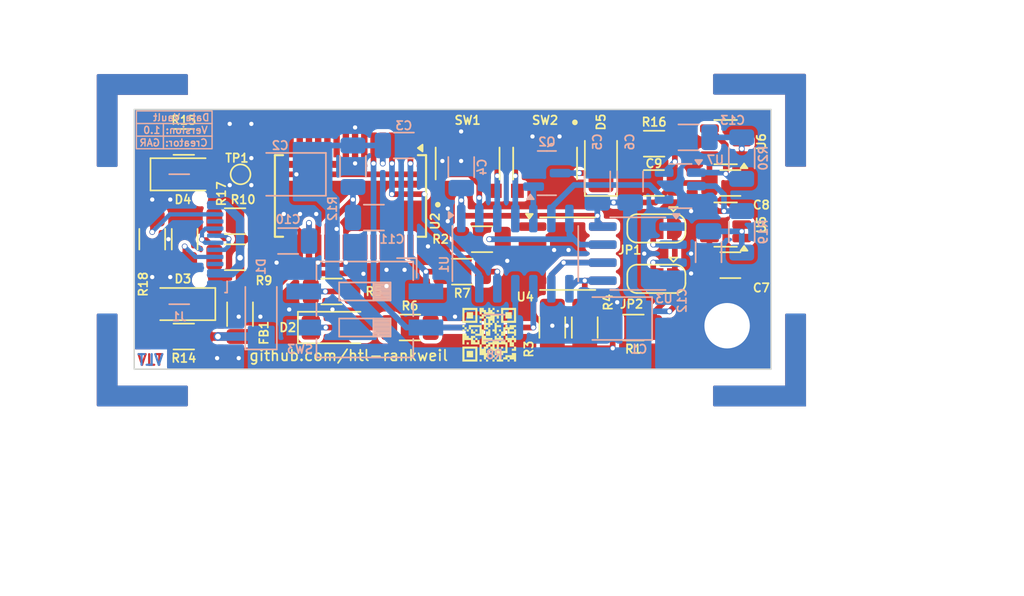
<source format=kicad_pcb>
(kicad_pcb (version 20221018) (generator pcbnew)
  (title_block (title "${acronym} - ${title}") (date "${date}") (rev "${revision}") (company "${company}") (comment 1 "${creator}") (comment 2 "${license}"))
  (layers (0 "F.Cu" signal) (31 "B.Cu" signal) (34 "B.Paste" user) (35 "F.Paste" user) (36 "B.SilkS" user "B.Silkscreen") (37 "F.SilkS" user "F.Silkscreen") (38 "B.Mask" user) (39 "F.Mask" user) (44 "Edge.Cuts" user))
  (property "acronym" "VLT")
  (property "company" "HTL-Rankweil")
  (property "creator" "GAR")
  (property "date" "1337-13-37")
  (property "license" "CC BY-NC-SA 4.0")
  (property "link" "github.com/htl-rankweil")
  (property "revision" "1.0")
  (property "title" "Data Vault")
  (net 0 "")
  (net 1 "GND")
  (net 2 "Net-(D2-K)")
  (net 3 "+5V")
  (net 4 "Net-(D2-A)")
  (net 5 "Net-(D3-K)")
  (net 6 "Net-(D4-K)")
  (net 7 "Net-(D5-K)")
  (net 8 "Net-(U2-CBUS3)")
  (net 9 "Net-(JP1-A)")
  (net 10 "Net-(JP1-C)")
  (net 11 "Net-(JP2-C)")
  (net 12 "Net-(U1-PB2)")
  (net 13 "Net-(Q2-G)")
  (net 14 "Net-(U2-3V3OUT)")
  (net 15 "Net-(C12-Pad2)")
  (net 16 "Net-(FB1-Pad2)")
  (net 17 "Net-(U1-PB0)")
  (net 18 "Net-(U1-PB1)")
  (net 19 "Net-(U1-~{RESET}{slash}PA0)")
  (net 20 "Net-(U1-PA2)")
  (net 21 "Net-(U1-PA1)")
  (net 22 "Net-(U2-USBD+)")
  (net 23 "Net-(U2-USBD-)")
  (net 24 "Net-(U2-~{RESET})")
  (net 25 "Net-(R19-Pad2)")
  (net 26 "Net-(R20-Pad2)")
  (net 39 "Net-(C13-Pad2)")
  (net 41 "Net-(J1-D--PadA7)")
  (net 42 "Net-(J1-D+-PadA6)")
  (net 43 "Net-(J1-CC2)")
  (net 45 "Net-(J1-CC1)")
  (net 46 "Net-(R5-Pad1)")
  (net 47 "Net-(U2-TXD)")
  (net 48 "Net-(U2-RXD)")
  (net 49 "Net-(SW1-A)")
  (net 50 "Net-(SW2-A)")
  (net 52 "Net-(U1-PA3)")
  (net 53 "Net-(U1-PA4)")
  (net 54 "Net-(U1-PB3)")
  (net 55 "Net-(D3-A)")
  (net 57 "Net-(D5-A)")
  (footprint "Resistor_SMD:R_1206_3216Metric" (layer "F.Cu") (at 162.179 104.121996 180)
    (fp_text reference "R1")
    (fp_text value "1k")
  )
  (footprint "MountingHole:MountingHole_3.2mm_M3_DIN965_Pad" (layer "F.Cu") (at 168.783 103.994996)
    (fp_text reference "H1" hide)
    (fp_text value "MountingHole_Pad" hide)
  )
  (footprint "Resistor_SMD:R_1206_3216Metric" (layer "F.Cu") (at 140.9085 101.581996 180)
    (fp_text reference "R5")
    (fp_text value "1k")
  )
  (footprint "Inductor_SMD:L_1206_3216Metric" (layer "F.Cu") (at 134.458 103.181996 90)
    (fp_text reference "FB1")
    (fp_text value "70Ω/100Mhz/3A" hide)
  )
  (footprint "Resistor_SMD:R_1206_3216Metric" (layer "F.Cu") (at 130.4945 91.040996)
    (fp_text reference "R15")
    (fp_text value "470")
  )
  (footprint "Resistor_SMD:R_1206_3216Metric" (layer "F.Cu") (at 150.114 100.184996 180)
    (fp_text reference "R7")
    (fp_text value "22k")
  )
  (footprint "Resistor_SMD:R_1206_3216Metric" (layer "F.Cu") (at 134.109 99.168996)
    (fp_text reference "R9")
    (fp_text value "27")
  )
  (footprint "PTS530:SW_PTS530_GK055_SMTR_LFS" (layer "F.Cu") (at 150.495 92.564996 90)
    (fp_text reference "SW1")
    (fp_text value "SW_MEC_5E" hide)
  )
  (footprint "Resistor_SMD:R_1206_3216Metric" (layer "F.Cu") (at 130.556 97.898996 -90)
    (fp_text reference "R17")
    (fp_text value "5k1")
  )
  (footprint "LED_SMD:LED_1206_3216Metric" (layer "F.Cu") (at 159.893 92.564996 90)
    (fp_text reference "D5")
    (fp_text value "Red")
  )
  (footprint "Images:QR_0x007e_very_small" (layer "F.Cu") (at 152.019 104.629996)
    (fp_text reference "FID1" hide)
    (fp_text value "QR" hide)
  )
  (footprint "TestPoint:TestPoint_Pad_D1.0mm" (layer "F.Cu") (at 134.493 93.326996)
    (fp_text reference "TP1")
    (fp_text value "TestPoint_Probe" hide)
  )
  (footprint "Resistor_SMD:R_1206_3216Metric" (layer "F.Cu") (at 158.75 104.121996 -90)
    (fp_text reference "R4")
    (fp_text value "3k3")
  )
  (footprint "LED_SMD:LED_1206_3216Metric" (layer "F.Cu") (at 130.432 102.470996 180)
    (fp_text reference "D3")
    (fp_text value "Red")
  )
  (footprint "Package_TO_SOT_SMD:SOT-23-5" (layer "F.Cu") (at 168.6759 96.867796 180)
    (fp_text reference "U5")
    (fp_text value "74AHCT1G00")
  )
  (footprint "Resistor_SMD:R_1206_3216Metric" (layer "F.Cu") (at 134.109 96.628996)
    (fp_text reference "R10")
    (fp_text value "27")
  )
  (footprint "LED_SMD:LED_1206_3216Metric" (layer "F.Cu") (at 130.432 93.326996)
    (fp_text reference "D4")
    (fp_text value "Green")
  )
  (footprint "Resistor_SMD:R_1206_3216Metric" (layer "F.Cu") (at 156.464 104.121996 -90)
    (fp_text reference "R3")
    (fp_text value "3k3")
  )
  (footprint "Resistor_SMD:R_1206_3216Metric" (layer "F.Cu") (at 151.511 97.898996 180)
    (fp_text reference "R2")
    (fp_text value "10k")
  )
  (footprint "PTS530:SW_PTS530_GK055_SMTR_LFS" (layer "F.Cu") (at 155.956 92.564996 -90)
    (fp_text reference "SW2")
    (fp_text value "SW_MEC_5E" hide)
  )
  (footprint "Diode_SMD:D_MiniMELF" (layer "F.Cu") (at 141.196 104.121996)
    (fp_text reference "D2")
    (fp_text value "BAT43")
  )
  (footprint "Jumper:SolderJumper-3_P1.3mm_Open_RoundedPad1.0x1.5mm" (layer "F.Cu") (at 163.797 97.136996 180)
    (fp_text reference "JP1")
    (fp_text value "SolderJumper_3_Open")
  )
  (footprint "Capacitor_SMD:C_1206_3216Metric" (layer "F.Cu") (at 169.0116 99.727796)
    (fp_text reference "C7")
    (fp_text value "n.B.")
  )
  (footprint "Resistor_SMD:R_1206_3216Metric" (layer "F.Cu") (at 146.431 104.121996)
    (fp_text reference "R6")
    (fp_text value "470")
  )
  (footprint "Resistor_SMD:R_1206_3216Metric" (layer "F.Cu") (at 163.6375 91.167996)
    (fp_text reference "R16")
    (fp_text value "330")
  )
  (footprint "Package_TO_SOT_SMD:SOT-23-5" (layer "F.Cu") (at 168.6759 91.056196 180)
    (fp_text reference "U6")
    (fp_text value "74AHCT1G00")
  )
  (footprint "Package_SO:SOIC-8_3.9x4.9mm_P1.27mm" (layer "F.Cu") (at 157.545 98.914996)
    (fp_text reference "U4")
    (fp_text value "RNG90")
  )
  (footprint "Resistor_SMD:R_1206_3216Metric" (layer "F.Cu") (at 128.27 97.898996 90)
    (fp_text reference "R18")
    (fp_text value "5k1")
  )
  (footprint "Package_SO:SSOP-28_5.3x10.2mm_P0.65mm" (layer "F.Cu") (at 142.24 94.850996 -90)
    (fp_text reference "U2")
    (fp_text value "FT232RL")
  )
  (footprint "Capacitor_SMD:C_1206_3216Metric" (layer "F.Cu") (at 163.625 93.936596 180)
    (fp_text reference "C9")
    (fp_text value "n.B.")
  )
  (footprint "Resistor_SMD:R_1206_3216Metric" (layer "F.Cu") (at 130.4945 104.756996 180)
    (fp_text reference "R14")
    (fp_text value "470")
  )
  (footprint "Jumper:SolderJumper-3_P1.3mm_Bridged12_RoundedPad1.0x1.5mm" (layer "F.Cu") (at 163.797 100.692996 180)
    (fp_text reference "JP2")
    (fp_text value "SolderJumper_3_Bridged12" hide)
  )
  (footprint "Capacitor_SMD:C_1206_3216Metric" (layer "F.Cu") (at 169.0134 93.936596)
    (fp_text reference "C8")
    (fp_text value "n.B.")
  )
  (footprint "Package_TO_SOT_SMD:SOT-23" (layer "B.Cu") (at 156.0807 93.240596)
    (fp_text reference "Q2")
    (fp_text value "AO3416A")
  )
  (footprint "Package_SO:SOIC-14_3.9x8.7mm_P1.27mm" (layer "B.Cu") (at 153.856 98.914996 -90)
    (fp_text reference "U1")
    (fp_text value "ATtiny1604-SS")
  )
  (footprint "Capacitor_SMD:C_1206_3216Metric" (layer "B.Cu") (at 137.844 98.025996)
    (fp_text reference "C10")
    (fp_text value "100n")
  )
  (footprint "Diode_SMD:D_MiniMELF" (layer "B.Cu") (at 135.9408 103.006996 90)
    (fp_text reference "D1")
    (fp_text value "BZV55B5V6")
  )
  (footprint "Capacitor_SMD:C_1206_3216Metric" (layer "B.Cu") (at 143.891 96.374996)
    (fp_text reference "C11")
    (fp_text value "10u")
  )
  (footprint "Capacitor_SMD:C_1206_3216Metric" (layer "B.Cu") (at 159.636 93.834996 90)
    (fp_text reference "C5")
    (fp_text value "100n")
  )
  (footprint "Capacitor_SMD:C_1206_3216Metric" (layer "B.Cu") (at 161.9504 93.834996 90)
    (fp_text reference "C6")
    (fp_text value "100n")
  )
  (footprint "Capacitor_SMD:C_1206_3216Metric" (layer "B.Cu") (at 167.475 98.815196 90)
    (fp_text reference "C12")
    (fp_text value "1u")
  )
  (footprint "Package_SO:SOIC-8_3.9x4.9mm_P1.27mm" (layer "B.Cu") (at 162.492 98.914996 180)
    (fp_text reference "U3")
    (fp_text value "AT24CM02-SSHM")
  )
  (footprint "Button_Switch_SMD:SW_DIP_SPSTx02_Slide_6.7x6.64mm_W8.61mm_P2.54mm_LowProfile" (layer "B.Cu") (at 143.253 102.851996 180)
    (fp_text reference "SW3")
    (fp_text value "SW_DIP_x02" hide)
  )
  (footprint "Resistor_SMD:R_1206_3216Metric" (layer "B.Cu") (at 152.3853 104.121996 180)
    (fp_text reference "R8")
    (fp_text value "22k")
  )
  (footprint "Capacitor_Tantalum_SMD:CP_EIA-3528-21_Kemet-B" (layer "B.Cu") (at 161.036 103.486996 180)
    (fp_text reference "C1")
    (fp_text value "10u")
  )
  (footprint "Connector_USB:USB_C_Receptacle_GCT_USB4110" (layer "B.Cu") (at 129.032 97.898996 90)
    (fp_text reference "J1")
    (fp_text value "USB_C_Receptacle" hide)
  )
  (footprint "Capacitor_SMD:C_1206_3216Metric" (layer "B.Cu") (at 146.001 91.294996)
    (fp_text reference "C3")
    (fp_text value "100n")
  )
  (footprint "Capacitor_SMD:C_1206_3216Metric" (layer "B.Cu") (at 150.046 92.818996 90)
    (fp_text reference "C4")
    (fp_text value "100n")
  )
  (footprint "Resistor_SMD:R_1206_3216Metric" (layer "B.Cu") (at 142.416 92.757496 90)
    (fp_text reference "R12")
    (fp_text value "330k")
  )
  (footprint "Capacitor_Tantalum_SMD:CP_EIA-3528-21_Kemet-B" (layer "B.Cu") (at 138.049 93.326996 180)
    (fp_text reference "C2")
    (fp_text value "10u")
  )
  (footprint "Capacitor_SMD:C_1206_3216Metric" (layer "B.Cu") (at 166.0634 90.721496)
    (fp_text reference "C13")
    (fp_text value "10u")
  )
  (footprint "Package_TO_SOT_SMD:SOT-23-5" (layer "B.Cu") (at 165.481 94.154996 180)
    (fp_text reference "U7")
    (fp_text value "74AHCT1G86")
  )
  (footprint "Resistor_SMD:R_1206_3216Metric" (layer "B.Cu") (at 169.8134 92.183996 -90)
    (fp_text reference "R20")
    (fp_text value "47k")
  )
  (footprint "Resistor_SMD:R_1206_3216Metric" (layer "B.Cu") (at 169.8134 97.377496 90)
    (fp_text reference "R19")
    (fp_text value "47k")
  )
  (gr_poly (pts (xy 174.244 109.582996) (xy 174.244 103.232996) (xy 172.974 103.232996) (xy 172.974 108.312996) (xy 167.894 108.312996) (xy 167.894 109.582996)) (stroke (width 0.2)) (fill solid) (layer "F.Cu"))
  (gr_poly (pts (xy 124.46 103.232996) (xy 124.46 109.582996) (xy 130.683 109.582996) (xy 130.683 108.312996) (xy 125.73 108.312996) (xy 125.73 103.232996)) (stroke (width 0.2)) (fill solid) (layer "F.Cu"))
  (gr_poly (pts (xy 172.974 86.341996) (xy 167.894 86.341996) (xy 167.894 87.611996) (xy 172.974 87.611996) (xy 172.974 92.691996) (xy 174.244 92.691996) (xy 174.244 86.341996)) (stroke (width 0.2)) (fill solid) (layer "F.Cu"))
  (gr_poly (pts (xy 125.73 92.71) (xy 125.73 87.63) (xy 130.683 87.63) (xy 130.683 86.36) (xy 124.46 86.36) (xy 124.46 92.71)) (stroke (width 0.2)) (fill solid) (layer "F.Cu"))
  (gr_poly (pts (xy 174.244 109.582996) (xy 167.894 109.582996) (xy 167.894 108.312996) (xy 172.974 108.312996) (xy 172.974 103.232996) (xy 174.244 103.232996)) (stroke (width 0.2)) (fill solid) (layer "B.Cu"))
  (gr_poly (pts (xy 174.244 87.611996) (xy 174.244 92.691996) (xy 172.974 92.691996) (xy 172.974 87.611996) (xy 167.894 87.611996) (xy 167.894 86.341996) (xy 174.244 86.341996)) (stroke (width 0.2)) (fill solid) (layer "B.Cu"))
  (gr_poly (pts (xy 130.683 109.582996) (xy 124.46 109.582996) (xy 124.46 103.232996) (xy 125.73 103.232996) (xy 125.73 108.312996) (xy 130.683 108.312996)) (stroke (width 0.2)) (fill solid) (layer "B.Cu"))
  (gr_poly (pts (xy 130.683 87.63) (xy 125.73 87.63) (xy 125.73 92.71) (xy 124.46 92.71) (xy 124.46 86.36) (xy 130.683 86.36)) (stroke (width 0.2)) (fill solid) (layer "B.Cu"))
  (gr_rect (start 127.1524 88.856596) (end 132.4864 91.523596) (stroke (width 0.1)) (fill none) (layer "B.SilkS"))
  (gr_line (start 132.4864 89.745596) (end 127.1524 89.745596) (stroke (width 0.1)) (layer "B.SilkS"))
  (gr_line (start 132.4864 90.634596) (end 127.1524 90.634596) (stroke (width 0.1)) (layer "B.SilkS"))
  (gr_line (start 129.0574 89.745596) (end 129.0574 91.523596) (stroke (width 0.1)) (layer "B.SilkS"))
  (gr_rect (start 127 88.754996) (end 171.88 107.055696) (stroke (width 0.1)) (fill none) (layer "Edge.Cuts"))
  (gr_text "${acronym}" (at 128.143 106.407996) (layer "F.Cu") (effects (font (size 0.75 0.75))))
  (gr_text "${acronym}" (at 128.143 106.407996) (layer "B.Cu") (effects (font (size 0.75 0.75)) (justify mirror)))
  (gr_text "${title}" (at 132.3594 89.618596) (layer "B.SilkS") (effects (font (size 0.5 0.5) (thickness 0.1) bold) (justify left bottom mirror)))
  (gr_text "Version: ${revision}" (at 132.2324 90.507596) (layer "B.SilkS") (effects (font (size 0.5 0.5) (thickness 0.1)) (justify left bottom mirror)))
  (gr_text "Creator: ${creator}" (at 132.2324 91.396596) (layer "B.SilkS") (effects (font (size 0.5 0.5) (thickness 0.1) bold) (justify left bottom mirror)))
  (gr_text "${link}" (at 142.113 106.534996) (layer "F.SilkS") (effects (font (size 0.75 0.75) (thickness 0.12)) (justify bottom)))
  (via (at 137.922 102.851996) (size 0.4) (drill 0.3) (layers "F.Cu" "B.Cu") (net 1))
  (via (at 166.243 100.311996) (size 0.4) (drill 0.3) (layers "F.Cu" "B.Cu") (net 1))
  (via (at 129.413 97.898996) (size 0.4) (drill 0.3) (layers "F.Cu" "B.Cu") (net 1))
  (via (at 166.243 95.917796) (size 0.4) (drill 0.3) (layers "F.Cu" "B.Cu") (net 1))
  (via (at 162.941 98.914996) (size 0.4) (drill 0.3) (layers "F.Cu" "B.Cu") (net 1))
  (via (at 153.289 99.422996) (size 0.4) (drill 0.3) (layers "F.Cu" "B.Cu") (net 1))
  (via (at 132.842 106.280996) (size 0.4) (drill 0.3) (layers "F.Cu" "B.Cu") (net 1))
  (via (at 149.098 95.739996) (size 0.4) (drill 0.3) (layers "F.Cu" "B.Cu") (net 1))
  (via (at 150.0378 90.304396) (size 0.4) (drill 0.3) (layers "F.Cu" "B.Cu") (net 1))
  (via (at 135.255 94.088996) (size 0.4) (drill 0.3) (layers "F.Cu" "B.Cu") (net 1))
  (via (at 149.606 103.359996) (size 0.4) (drill 0.3) (layers "F.Cu" "B.Cu") (net 1))
  (via (at 129.54 95.104996) (size 0.4) (drill 0.3) (layers "F.Cu" "B.Cu") (net 1))
  (via (at 129.54 100.565996) (size 0.4) (drill 0.3) (layers "F.Cu" "B.Cu") (net 1))
  (via (at 135.255 89.770996) (size 0.4) (drill 0.3) (layers "F.Cu" "B.Cu") (net 1))
  (via (at 166.243 98.914996) (size 0.4) (drill 0.3) (layers "F.Cu" "B.Cu") (net 1))
  (via (at 135.89 103.359996) (size 0.4) (drill 0.3) (layers "F.Cu" "B.Cu") (net 1))
  (via (at 135.255 92.183996) (size 0.4) (drill 0.3) (layers "F.Cu" "B.Cu") (net 1))
  (via (at 156.972 90.659996) (size 0.4) (drill 0.3) (layers "F.Cu" "B.Cu") (net 1))
  (via (at 141.915 99.549996) (size 0.4) (drill 0.3) (layers "F.Cu" "B.Cu") (net 1))
  (via (at 157.607 98.660996) (size 0.4) (drill 0.3) (layers "F.Cu" "B.Cu") (net 1))
  (via (at 138.684 96.120996) (size 0.4) (drill 0.3) (layers "F.Cu" "B.Cu") (net 1))
  (via (at 142.565 92.554996) (size 0.4) (drill 0.3) (layers "F.Cu" "B.Cu") (net 1))
  (via (at 139.827 96.120996) (size 0.4) (drill 0.3) (layers "F.Cu" "B.Cu") (net 1))
  (via (at 156.591 98.660996) (size 0.4) (drill 0.3) (layers "F.Cu" "B.Cu") (net 1))
  (via (at 128.27 100.565996) (size 0.4) (drill 0.3) (layers "F.Cu" "B.Cu") (net 1))
  (via (at 156.464 103.994996) (size 0.4) (drill 0.3) (layers "F.Cu" "B.Cu") (net 1))
  (via (at 144.78 100.057996) (size 0.4) (drill 0.3) (layers "F.Cu" "B.Cu") (net 1))
  (via (at 146.05 100.057996) (size 0.4) (drill 0.3) (layers "F.Cu" "B.Cu") (net 1))
  (via (at 139.954 99.549996) (size 0.4) (drill 0.3) (layers "F.Cu" "B.Cu") (net 1))
  (via (at 142.565 90.024996) (size 0.4) (drill 0.3) (layers "F.Cu" "B.Cu") (net 1))
  (via (at 149.098 96.628996) (size 0.4) (drill 0.3) (layers "F.Cu" "B.Cu") (net 1))
  (via (at 128.27 95.104996) (size 0.4) (drill 0.3) (layers "F.Cu" "B.Cu") (net 1))
  (via (at 161.036 102.343996) (size 0.4) (drill 0.3) (layers "F.Cu" "B.Cu") (net 1))
  (via (at 144.78 101.200996) (size 0.4) (drill 0.3) (layers "F.Cu" "B.Cu") (net 1))
  (via (at 148.717 92.387196) (size 0.4) (drill 0.3) (layers "F.Cu" "B.Cu") (net 1))
  (via (at 150.0378 92.387196) (size 0.4) (drill 0.3) (layers "F.Cu" "B.Cu") (net 1))
  (via (at 157.48 103.994996) (size 0.4) (drill 0.3) (layers "F.Cu" "B.Cu") (net 1))
  (via (at 143.1544 100.337396) (size 0.4) (drill 0.3) (layers "F.Cu" "B.Cu") (net 1))
  (via (at 134.366 106.280996) (size 0.4) (drill 0.3) (layers "F.Cu" "B.Cu") (net 1))
  (via (at 155.067 90.659996) (size 0.4) (drill 0.3) (layers "F.Cu" "B.Cu") (net 1))
  (via (at 133.731 89.770996) (size 0.4) (drill 0.3) (layers "F.Cu" "B.Cu") (net 1))
  (via (at 140.97 102.851996) (size 0.4) (drill 0.3) (layers "F.Cu" "B.Cu") (net 1))
  (via (at 133.731 94.088996) (size 0.4) (drill 0.3) (layers "F.Cu" "B.Cu") (net 1))
  (via (at 137.541 96.120996) (size 0.4) (drill 0.3) (layers "F.Cu" "B.Cu") (net 1))
  (via (at 147.701 98.406996) (size 0.4) (drill 0.3) (layers "F.Cu" "B.Cu") (net 1))
  (via (at 134.366 103.359996) (size 0.4) (drill 0.3) (layers "F.Cu" "B.Cu") (net 1))
  (via (at 137.033 99.549996) (size 0.4) (drill 0.3) (layers "F.Cu" "B.Cu") (net 1))
  (segment (start 139.446 101.581996) (end 139.446 104.121996) (width 0.3) (layer "F.Cu") (net 2))
  (segment (start 160.7165 105.580496) (end 160.7205 105.584496) (width 0.4) (layer "F.Cu") (net 3))
  (segment (start 131.832 93.326996) (end 138.43 93.326996) (width 0.4) (layer "F.Cu") (net 3))
  (segment (start 141.265 97.175994) (end 141.265 98.450996) (width 0.4) (layer "F.Cu") (net 3))
  (segment (start 144.515 91.250996) (end 144.515 92.564996) (width 0.4) (layer "F.Cu") (net 3))
  (segment (start 167.5366 100.161396) (end 167.5366 99.727796) (width 0.4) (layer "F.Cu") (net 3))
  (segment (start 163.7266 95.309996) (end 165.1 93.936596) (width 0.4) (layer "F.Cu") (net 3))
  (segment (start 131.957 104.756996) (end 132.9 104.756996) (width 0.6) (layer "F.Cu") (net 3))
  (segment (start 159.639 96.247996) (end 150.3025 96.247996) (width 0.4) (layer "F.Cu") (net 3))
  (segment (start 167.5384 97.817796) (end 167.5384 99.675196) (width 0.4) (layer "F.Cu") (net 3))
  (segment (start 158.623 105.584496) (end 160.7205 105.584496) (width 0.4) (layer "F.Cu") (net 3))
  (segment (start 134.4422 104.756996) (end 132.9 104.756996) (width 0.6) (layer "F.Cu") (net 3))
  (segment (start 164.719 102.978996) (end 167.5366 100.161396) (width 0.4) (layer "F.Cu") (net 3))
  (segment (start 160.782 95.309996) (end 163.7266 95.309996) (width 0.4) (layer "F.Cu") (net 3))
  (segment (start 165.1 93.936596) (end 167.5384 93.936596) (width 0.4) (layer "F.Cu") (net 3))
  (segment (start 165.1 91.167996) (end 165.1 93.936596) (width 0.4) (layer "F.Cu") (net 3))
  (segment (start 167.5384 92.006196) (end 167.5384 93.936596) (width 0.4) (layer "F.Cu") (net 3))
  (segment (start 159.639 96.628996) (end 160.02 97.009996) (width 0.4) (layer "F.Cu") (net 3))
  (segment (start 156.337 105.584496) (end 158.623 105.584496) (width 0.4) (layer "F.Cu") (net 3))
  (segment (start 150.0485 97.898996) (end 150.0485 95.993996) (width 0.4) (layer "F.Cu") (net 3))
  (segment (start 150.0485 95.993996) (end 150.0485 95.166496) (width 0.4) (layer "F.Cu") (net 3))
  (segment (start 159.639 96.247996) (end 159.639 96.628996) (width 0.4) (layer "F.Cu") (net 3))
  (segment (start 150.3025 96.247996) (end 150.0485 95.993996) (width 0.4) (layer "F.Cu") (net 3))
  (segment (start 150.0485 95.166496) (end 150.046 95.163996) (width 0.4) (layer "F.Cu") (net 3))
  (segment (start 160.7165 104.121996) (end 160.7165 105.580496) (width 0.4) (layer "F.Cu") (net 3))
  (segment (start 167.5384 99.675196) (end 167.5366 99.676996) (width 0.4) (layer "F.Cu") (net 3))
  (via (at 144.515 92.564996) (size 0.4) (drill 0.3) (layers "F.Cu" "B.Cu") (net 3))
  (via (at 160.782 95.309996) (size 0.4) (drill 0.3) (layers "F.Cu" "B.Cu") (net 3))
  (via (at 160.7205 105.584496) (size 0.4) (drill 0.3) (layers "F.Cu" "B.Cu") (net 3))
  (via (at 159.639 96.247996) (size 0.4) (drill 0.3) (layers "F.Cu" "B.Cu") (net 3))
  (via (at 141.265 97.175994) (size 0.4) (drill 0.3) (layers "F.Cu" "B.Cu") (net 3))
  (via (at 165.1 92.437996) (size 0.4) (drill 0.3) (layers "F.Cu" "B.Cu") (net 3))
  (via (at 164.719 102.978996) (size 0.4) (drill 0.3) (layers "F.Cu" "B.Cu") (net 3))
  (via (at 150.046 95.163996) (size 0.4) (drill 0.3) (layers "F.Cu" "B.Cu") (net 3))
  (via (at 138.43 93.326996) (size 0.4) (drill 0.3) (layers "F.Cu" "B.Cu") (net 3))
  (via (at 132.9 104.756996) (size 0.6) (drill 0.4) (layers "F.Cu" "B.Cu") (net 3))
  (segment (start 132.9 104.756996) (end 135.9408 104.756996) (width 0.6) (layer "B.Cu") (net 3))
  (segment (start 161.9504 101.480396) (end 162.5735 102.103496) (width 1) (layer "B.Cu") (net 3))
  (segment (start 163.0815 102.978996) (end 162.5735 103.486996) (width 0.4) (layer "B.Cu") (net 3))
  (segment (start 144.515 91.305996) (end 144.526 91.294996) (width 0.4) (layer "B.Cu") (net 3))
  (segment (start 139.5865 93.326996) (end 139.5865 92.043496) (width 0.4) (layer "B.Cu") (net 3))
  (segment (start 159.639 96.247996) (end 159.636 96.250996) (width 0.4) (layer "B.Cu") (net 3))
  (segment (start 164.719 102.978996) (end 163.0815 102.978996) (width 0.4) (layer "B.Cu") (net 3))
  (segment (start 144.515 92.564996) (end 144.515 91.305996) (width 0.4) (layer "B.Cu") (net 3))
  (segment (start 165.1 92.437996) (end 164.3435 93.194496) (width 0.4) (layer "B.Cu") (net 3))
  (segment (start 161.9504 95.309996) (end 161.9504 101.480396) (width 1) (layer "B.Cu") (net 3))
  (segment (start 139.5865 92.043496) (end 139.573 92.029996) (width 0.4) (layer "B.Cu") (net 3))
  (segment (start 139.5865 92.043496) (end 140.335 91.294996) (width 0.4) (layer "B.Cu") (net 3))
  (segment (start 164.3435 93.194496) (end 164.3435 93.204996) (width 0.4) (layer "B.Cu") (net 3))
  (segment (start 159.636 96.250996) (end 159.636 96.628996) (width 0.4) (layer "B.Cu") (net 3))
  (segment (start 150.046 96.439996) (end 150.046 94.293996) (width 0.4) (layer "B.Cu") (net 3))
  (segment (start 159.636 95.309996) (end 159.636 96.244996) (width 0.4) (layer "B.Cu") (net 3))
  (segment (start 142.416 91.294996) (end 144.526 91.294996) (width 0.4) (layer "B.Cu") (net 3))
  (segment (start 159.636 96.244996) (end 159.639 96.247996) (width 0.4) (layer "B.Cu") (net 3))
  (segment (start 162.5735 102.103496) (end 162.5735 103.486996) (width 1) (layer "B.Cu") (net 3))
  (segment (start 140.335 91.294996) (end 142.416 91.294996) (width 0.4) (layer "B.Cu") (net 3))
  (segment (start 159.636 96.628996) (end 160.017 97.009996) (width 0.4) (layer "B.Cu") (net 3))
  (segment (start 159.636 95.309996) (end 161.9504 95.309996) (width 0.4) (layer "B.Cu") (net 3))
  (segment (start 144.9685 104.121996) (end 142.946 104.121996) (width 0.4) (layer "F.Cu") (net 4))
  (segment (start 142.946 104.121996) (end 140.496 104.121996) (width 0.4) (layer "F.Cu") (net 4))
  (via (at 140.496 104.121996) (size 0.4) (drill 0.3) (layers "F.Cu" "B.Cu") (net 4))
  (segment (start 138.948 104.121996) (end 140.496 104.121996) (width 0.4) (layer "B.Cu") (net 4))
  (segment (start 131.893 102.531996) (end 131.832 102.470996) (width 0.4) (layer "F.Cu") (net 5))
  (segment (start 142.565 99.986996) (end 142.245 100.306996) (width 0.4) (layer "F.Cu") (net 5))
  (segment (start 142.245 100.306996) (end 138.0286 100.306996) (width 0.4) (layer "F.Cu") (net 5))
  (segment (start 138.0286 100.306996) (end 135.8036 102.531996) (width 0.4) (layer "F.Cu") (net 5))
  (segment (start 135.8036 102.531996) (end 131.893 102.531996) (width 0.4) (layer "F.Cu") (net 5))
  (segment (start 142.565 98.450996) (end 142.565 99.986996) (width 0.4) (layer "F.Cu") (net 5))
  (segment (start 129.032 91.040996) (end 129.032 93.326996) (width 0.4) (layer "F.Cu") (net 6))
  (segment (start 158.369 93.240596) (end 159.1686 93.240596) (width 0.4) (layer "F.Cu") (net 7))
  (segment (start 159.1686 93.240596) (end 159.893 93.964996) (width 0.4) (layer "F.Cu") (net 7))
  (via (at 158.369 93.240596) (size 0.4) (drill 0.3) (layers "F.Cu" "B.Cu") (net 7))
  (segment (start 157.0182 93.240596) (end 156.972 93.286796) (width 0.4) (layer "B.Cu") (net 7))
  (segment (start 158.369 93.240596) (end 157.0182 93.240596) (width 0.4) (layer "B.Cu") (net 7))
  (segment (start 131.957 91.040996) (end 137.805 91.040996) (width 0.4) (layer "F.Cu") (net 8))
  (segment (start 137.805 91.040996) (end 138.015 91.250996) (width 0.4) (layer "F.Cu") (net 8))
  (segment (start 165.097 101.584996) (end 163.6415 103.040496) (width 0.4) (layer "F.Cu") (net 9))
  (segment (start 165.097 97.136996) (end 165.097 100.692996) (width 0.4) (layer "F.Cu") (net 9))
  (segment (start 165.097 100.692996) (end 165.097 101.584996) (width 0.4) (layer "F.Cu") (net 9))
  (segment (start 163.6415 103.040496) (end 163.6415 104.121996) (width 0.4) (layer "F.Cu") (net 9))
  (segment (start 163.576 98.279996) (end 163.576 97.357996) (width 0.4) (layer "F.Cu") (net 10))
  (segment (start 163.576 97.357996) (end 163.797 97.136996) (width 0.4) (layer "F.Cu") (net 10))
  (via (at 163.576 98.279996) (size 0.4) (drill 0.3) (layers "F.Cu" "B.Cu") (net 10))
  (segment (start 164.967 98.279996) (end 163.576 98.279996) (width 0.4) (layer "B.Cu") (net 10))
  (segment (start 163.576 100.471996) (end 163.797 100.692996) (width 0.4) (layer "F.Cu") (net 11))
  (segment (start 163.576 99.549996) (end 163.576 100.471996) (width 0.4) (layer "F.Cu") (net 11))
  (via (at 163.576 99.549996) (size 0.4) (drill 0.3) (layers "F.Cu" "B.Cu") (net 11))
  (segment (start 164.967 99.549996) (end 163.576 99.549996) (width 0.4) (layer "B.Cu") (net 11))
  (segment (start 152.019 97.898996) (end 152.9735 97.898996) (width 0.4) (layer "F.Cu") (net 12))
  (via (at 152.019 97.898996) (size 0.4) (drill 0.3) (layers "F.Cu" "B.Cu") (net 12))
  (segment (start 157.666 97.576996) (end 157.666 96.439996) (width 0.4) (layer "B.Cu") (net 12))
  (segment (start 158.369 98.279996) (end 157.666 97.576996) (width 0.4) (layer "B.Cu") (net 12))
  (segment (start 160.017 98.279996) (end 158.369 98.279996) (width 0.4) (layer "B.Cu") (net 12))
  (segment (start 152.019 97.898996) (end 157.988 97.898996) (width 0.4) (layer "B.Cu") (net 12))
  (segment (start 155.126 96.439996) (end 155.126 94.207796) (width 0.4) (layer "B.Cu") (net 13))
  (segment (start 155.126 94.207796) (end 155.1432 94.190596) (width 0.4) (layer "B.Cu") (net 13))
  (segment (start 139.315 98.450996) (end 139.315 96.755996) (width 0.4) (layer "F.Cu") (net 14))
  (via (at 139.315 96.755996) (size 0.4) (drill 0.3) (layers "F.Cu" "B.Cu") (net 14))
  (segment (start 139.319 96.759996) (end 139.315 96.755996) (width 0.4) (layer "B.Cu") (net 14))
  (segment (start 139.319 98.025996) (end 139.319 96.759996) (width 0.4) (layer "B.Cu") (net 14))
  (segment (start 169.8134 96.867796) (end 169.8134 97.354996) (width 0.4) (layer "F.Cu") (net 15))
  (segment (start 169.8134 97.817796) (end 169.8134 97.354996) (width 0.4) (layer "F.Cu") (net 15))
  (via (at 169.8134 97.342796) (size 0.4) (drill 0.3) (layers "F.Cu" "B.Cu") (net 15))
  (segment (start 167.4776 97.342796) (end 167.475 97.340196) (width 0.4) (layer "B.Cu") (net 15))
  (segment (start 169.8134 97.342796) (end 167.4776 97.342796) (width 0.4) (layer "B.Cu") (net 15))
  (segment (start 169.8134 98.839996) (end 169.8134 97.342796) (width 0.4) (layer "B.Cu") (net 15))
  (segment (start 134.458 99.203996) (end 134.458 101.606996) (width 0.6) (layer "F.Cu") (net 16))
  (via (at 134.458 99.203996) (size 0.6) (drill 0.4) (layers "F.Cu" "B.Cu") (net 16))
  (segment (start 134.458 96.504744) (end 134.458 99.203996) (width 0.6) (layer "B.Cu") (net 16))
  (segment (start 134.458 99.711996) (end 133.871 100.298996) (width 0.6) (layer "B.Cu") (net 16))
  (segment (start 134.458 99.203996) (end 134.458 99.711996) (width 0.6) (layer "B.Cu") (net 16))
  (segment (start 133.452252 95.498996) (end 134.458 96.504744) (width 0.6) (layer "B.Cu") (net 16))
  (segment (start 133.871 100.298996) (end 132.712 100.298996) (width 0.6) (layer "B.Cu") (net 16))
  (segment (start 132.712 95.498996) (end 133.452252 95.498996) (width 0.6) (layer "B.Cu") (net 16))
  (segment (start 156.464 102.659496) (end 156.464 100.346997) (width 0.4) (layer "F.Cu") (net 17))
  (segment (start 159.887 99.549996) (end 157.261001 99.549996) (width 0.4) (layer "F.Cu") (net 17))
  (segment (start 156.464 100.346997) (end 157.261001 99.549996) (width 0.4) (layer "F.Cu") (net 17))
  (via (at 157.261001 99.549996) (size 0.4) (drill 0.3) (layers "F.Cu" "B.Cu") (net 17))
  (segment (start 156.396 101.389996) (end 156.396 100.414997) (width 0.4) (layer "B.Cu") (net 17))
  (segment (start 157.261001 99.549996) (end 160.017 99.549996) (width 0.4) (layer "B.Cu") (net 17))
  (segment (start 156.396 100.414997) (end 157.261001 99.549996) (width 0.4) (layer "B.Cu") (net 17))
  (segment (start 158.75 102.659496) (end 158.75 100.819996) (width 0.4) (layer "F.Cu") (net 18))
  (segment (start 159.887 100.819996) (end 159.893 100.825996) (width 0.4) (layer "F.Cu") (net 18))
  (segment (start 158.75 100.819996) (end 159.887 100.819996) (width 0.4) (layer "F.Cu") (net 18))
  (via (at 158.75 100.819996) (size 0.4) (drill 0.3) (layers "F.Cu" "B.Cu") (net 18))
  (segment (start 158.236 100.819996) (end 157.666 101.389996) (width 0.4) (layer "B.Cu") (net 18))
  (segment (start 160.017 100.819996) (end 158.236 100.819996) (width 0.4) (layer "B.Cu") (net 18))
  (segment (start 147.8935 104.121996) (end 155.126 104.121996) (width 0.4) (layer "F.Cu") (net 19))
  (via (at 155.126 104.121996) (size 0.4) (drill 0.3) (layers "F.Cu" "B.Cu") (net 19))
  (segment (start 155.126 104.121996) (end 155.126 101.389996) (width 0.4) (layer "B.Cu") (net 19))
  (segment (start 151.5765 100.184996) (end 152.586 100.184996) (width 0.4) (layer "F.Cu") (net 20))
  (via (at 152.586 100.184996) (size 0.4) (drill 0.3) (layers "F.Cu" "B.Cu") (net 20))
  (segment (start 152.586 101.389996) (end 152.586 100.184996) (width 0.4) (layer "B.Cu") (net 20))
  (segment (start 153.856 104.139196) (end 153.8478 104.147396) (width 0.4) (layer "B.Cu") (net 21))
  (segment (start 153.856 101.389996) (end 153.856 104.139196) (width 0.4) (layer "B.Cu") (net 21))
  (segment (start 137.551 98.914996) (end 138.015 98.450996) (width 0.3) (layer "F.Cu") (net 22))
  (segment (start 135.5715 98.914996) (end 137.551 98.914996) (width 0.3) (layer "F.Cu") (net 22))
  (segment (start 138.247 96.882996) (end 138.665 97.300996) (width 0.3) (layer "F.Cu") (net 23))
  (segment (start 138.665 97.300996) (end 138.665 98.450996) (width 0.3) (layer "F.Cu") (net 23))
  (segment (start 135.5715 96.628996) (end 135.8255 96.882996) (width 0.3) (layer "F.Cu") (net 23))
  (segment (start 135.8255 96.882996) (end 138.247 96.882996) (width 0.3) (layer "F.Cu") (net 23))
  (segment (start 140.615 96.905996) (end 140.615 98.450996) (width 0.4) (layer "F.Cu") (net 24))
  (segment (start 142.416 95.104996) (end 140.615 96.905996) (width 0.4) (layer "F.Cu") (net 24))
  (via (at 142.416 95.104996) (size 0.4) (drill 0.3) (layers "F.Cu" "B.Cu") (net 24))
  (segment (start 142.416 95.104996) (end 142.416 94.219996) (width 0.4) (layer "B.Cu") (net 24))
  (segment (start 142.416 95.104996) (end 142.416 96.374996) (width 0.4) (layer "B.Cu") (net 24))
  (segment (start 168.5622 95.917796) (end 167.5384 95.917796) (width 0.4) (layer "F.Cu") (net 25))
  (via (at 168.5622 95.917796) (size 0.4) (drill 0.3) (layers "F.Cu" "B.Cu") (net 25))
  (segment (start 168.5622 95.917796) (end 168.5622 94.757196) (width 0.4) (layer "B.Cu") (net 25))
  (segment (start 169.8134 95.914996) (end 168.565 95.914996) (width 0.4) (layer "B.Cu") (net 25))
  (segment (start 168.5622 94.757196) (end 167.96 94.154996) (width 0.4) (layer "B.Cu") (net 25))
  (segment (start 167.96 94.154996) (end 166.6185 94.154996) (width 0.4) (layer "B.Cu") (net 25))
  (segment (start 168.565 95.914996) (end 168.5622 95.917796) (width 0.4) (layer "B.Cu") (net 25))
  (segment (start 168.689 93.293996) (end 168.689 91.256796) (width 0.4) (layer "F.Cu") (net 26))
  (segment (start 168.689 91.256796) (end 167.5384 90.106196) (width 0.4) (layer "F.Cu") (net 26))
  (via (at 168.689 93.293996) (size 0.4) (drill 0.3) (layers "F.Cu" "B.Cu") (net 26))
  (segment (start 168.6 93.204996) (end 168.689 93.293996) (width 0.4) (layer "B.Cu") (net 26))
  (segment (start 166.6185 93.204996) (end 168.6 93.204996) (width 0.4) (layer "B.Cu") (net 26))
  (segment (start 169.0415 93.646496) (end 169.8134 93.646496) (width 0.4) (layer "B.Cu") (net 26))
  (segment (start 168.689 93.293996) (end 169.0415 93.646496) (width 0.4) (layer "B.Cu") (net 26))
  (segment (start 169.8134 91.056196) (end 169.8134 91.548996) (width 0.4) (layer "F.Cu") (net 39))
  (segment (start 169.8134 92.006196) (end 169.8134 91.548996) (width 0.4) (layer "F.Cu") (net 39))
  (via (at 169.8134 91.531196) (size 0.4) (drill 0.3) (layers "F.Cu" "B.Cu") (net 39))
  (segment (start 169.8134 90.721496) (end 167.5384 90.721496) (width 0.4) (layer "B.Cu") (net 39))
  (segment (start 169.8134 91.531196) (end 169.8134 90.721496) (width 0.4) (layer "B.Cu") (net 39))
  (segment (start 133.648981 97.884107) (end 133.335111 97.884107) (width 0.3) (layer "F.Cu") (net 41))
  (segment (start 133.335111 97.884107) (end 132.6465 97.195496) (width 0.3) (layer "F.Cu") (net 41))
  (segment (start 132.6465 97.195496) (end 132.6465 96.628996) (width 0.3) (layer "F.Cu") (net 41))
  (via (at 133.648981 97.884107) (size 0.4) (drill 0.3) (layers "F.Cu" "B.Cu") (net 41))
  (segment (start 133.41387 97.648996) (end 132.712 97.648996) (width 0.3) (layer "B.Cu") (net 41))
  (segment (start 133.39012 98.648996) (end 132.712 98.648996) (width 0.3) (layer "B.Cu") (net 41))
  (segment (start 133.648981 97.884107) (end 133.648981 98.390135) (width 0.3) (layer "B.Cu") (net 41))
  (segment (start 133.648981 98.390135) (end 133.39012 98.648996) (width 0.3) (layer "B.Cu") (net 41))
  (segment (start 133.648981 97.884107) (end 133.41387 97.648996) (width 0.3) (layer "B.Cu") (net 41))
  (segment (start 132.096689 97.915685) (end 132.6465 98.465496) (width 0.3) (layer "F.Cu") (net 42))
  (segment (start 131.775813 97.915685) (end 132.096689 97.915685) (width 0.3) (layer "F.Cu") (net 42))
  (segment (start 132.6465 98.465496) (end 132.6465 99.168996) (width 0.3) (layer "F.Cu") (net 42))
  (via (at 131.775813 97.915685) (size 0.4) (drill 0.3) (layers "F.Cu" "B.Cu") (net 42))
  (segment (start 132.009124 98.148996) (end 132.712 98.148996) (width 0.3) (layer "B.Cu") (net 42))
  (segment (start 131.775813 97.407063) (end 132.03388 97.148996) (width 0.3) (layer "B.Cu") (net 42))
  (segment (start 131.775813 97.915685) (end 131.775813 97.407063) (width 0.3) (layer "B.Cu") (net 42))
  (segment (start 132.03388 97.148996) (end 132.712 97.148996) (width 0.3) (layer "B.Cu") (net 42))
  (segment (start 131.775813 97.915685) (end 132.009124 98.148996) (width 0.3) (layer "B.Cu") (net 42))
  (segment (start 128.27 96.436496) (end 128.27 97.390996) (width 0.3) (layer "F.Cu") (net 43))
  (via (at 128.27 97.390996) (size 0.4) (drill 0.3) (layers "F.Cu" "B.Cu") (net 43))
  (segment (start 128.27 97.390996) (end 129.512 96.148996) (width 0.3) (layer "B.Cu") (net 43))
  (segment (start 129.512 96.148996) (end 132.712 96.148996) (width 0.3) (layer "B.Cu") (net 43))
  (segment (start 130.556 98.406996) (end 130.556 99.361496) (width 0.3) (layer "F.Cu") (net 45))
  (via (at 130.556 98.406996) (size 0.4) (drill 0.3) (layers "F.Cu" "B.Cu") (net 45))
  (segment (start 130.556 98.406996) (end 131.298 99.148996) (width 0.3) (layer "B.Cu") (net 45))
  (segment (start 131.298 99.148996) (end 132.712 99.148996) (width 0.3) (layer "B.Cu") (net 45))
  (segment (start 142.371 101.581996) (end 140.462 101.581996) (width 0.4) (layer "F.Cu") (net 46))
  (via (at 140.462 101.581996) (size 0.4) (drill 0.3) (layers "F.Cu" "B.Cu") (net 46))
  (segment (start 138.948 101.581996) (end 140.462 101.581996) (width 0.4) (layer "B.Cu") (net 46))
  (segment (start 148.6515 100.184996) (end 147.558 100.184996) (width 0.4) (layer "F.Cu") (net 47))
  (segment (start 147.558 100.184996) (end 147.574 100.168996) (width 0.4) (layer "F.Cu") (net 47))
  (segment (start 146.465 92.564996) (end 146.465 91.250996) (width 0.4) (layer "F.Cu") (net 47))
  (via (at 147.558 100.184996) (size 0.4) (drill 0.3) (layers "F.Cu" "B.Cu") (net 47))
  (via (at 146.465 92.564996) (size 0.4) (drill 0.3) (layers "F.Cu" "B.Cu") (net 47))
  (segment (start 146.465 99.091996) (end 147.558 100.184996) (width 0.4) (layer "B.Cu") (net 47))
  (segment (start 146.465 92.564996) (end 146.465 99.091996) (width 0.4) (layer "B.Cu") (net 47))
  (segment (start 147.558 100.184996) (end 147.558 101.581996) (width 0.4) (layer "B.Cu") (net 47))
  (segment (start 143.865 92.564996) (end 143.865 91.250996) (width 0.4) (layer "F.Cu") (net 48))
  (via (at 143.865 92.564996) (size 0.4) (drill 0.3) (layers "F.Cu" "B.Cu") (net 48))
  (segment (start 147.558 104.121996) (end 149.25 104.121996) (width 0.4) (layer "B.Cu") (net 48))
  (segment (start 150.9228 104.121996) (end 149.25 104.121996) (width 0.4) (layer "B.Cu") (net 48))
  (segment (start 143.865 101.809996) (end 146.177 104.121996) (width 0.4) (layer "B.Cu") (net 48))
  (segment (start 146.177 104.121996) (end 147.558 104.121996) (width 0.4) (layer "B.Cu") (net 48))
  (segment (start 143.865 92.564996) (end 143.865 101.809996) (width 0.4) (layer "B.Cu") (net 48))
  (segment (start 152.586 93.436796) (end 152.586 90.780996) (width 0.4) (layer "F.Cu") (net 49))
  (segment (start 152.586 90.780996) (end 152.445 90.639996) (width 0.4) (layer "F.Cu") (net 49))
  (segment (start 152.586 94.348996) (end 152.445 94.489996) (width 0.4) (layer "F.Cu") (net 49))
  (segment (start 152.586 93.436796) (end 152.586 94.348996) (width 0.4) (layer "F.Cu") (net 49))
  (via (at 152.586 93.436796) (size 0.4) (drill 0.3) (layers "F.Cu" "B.Cu") (net 49))
  (segment (start 152.586 93.436796) (end 152.586 96.439996) (width 0.4) (layer "B.Cu") (net 49))
  (segment (start 153.856 94.339996) (end 154.006 94.489996) (width 0.4) (layer "F.Cu") (net 50))
  (segment (start 153.856 90.789996) (end 154.006 90.639996) (width 0.4) (layer "F.Cu") (net 50))
  (segment (start 153.856 93.445796) (end 153.856 94.339996) (width 0.4) (layer "F.Cu") (net 50))
  (segment (start 153.856 93.445796) (end 153.856 90.789996) (width 0.4) (layer "F.Cu") (net 50))
  (via (at 153.856 93.445796) (size 0.4) (drill 0.3) (layers "F.Cu" "B.Cu") (net 50))
  (segment (start 153.856 93.445796) (end 153.856 96.439996) (width 0.4) (layer "B.Cu") (net 50))
  (segment (start 147.447 94.723996) (end 145.161 94.723996) (width 0.4) (layer "F.Cu") (net 52))
  (segment (start 145.165 92.564996) (end 145.165 91.250996) (width 0.4) (layer "F.Cu") (net 52))
  (via (at 145.161 94.723996) (size 0.4) (drill 0.3) (layers "F.Cu" "B.Cu") (net 52))
  (via (at 147.447 94.723996) (size 0.4) (drill 0.3) (layers "F.Cu" "B.Cu") (net 52))
  (via (at 145.165 92.564996) (size 0.4) (drill 0.3) (layers "F.Cu" "B.Cu") (net 52))
  (segment (start 145.165 94.719996) (end 145.161 94.723996) (width 0.4) (layer "B.Cu") (net 52))
  (segment (start 145.165 92.564996) (end 145.165 94.719996) (width 0.4) (layer "B.Cu") (net 52))
  (segment (start 147.447 96.501996) (end 151.316 100.370996) (width 0.4) (layer "B.Cu") (net 52))
  (segment (start 151.316 100.370996) (end 151.316 101.389996) (width 0.4) (layer "B.Cu") (net 52))
  (segment (start 147.447 94.723996) (end 147.447 96.501996) (width 0.4) (layer "B.Cu") (net 52))
  (segment (start 151.316 94.977996) (end 151.316 94.020996) (width 0.4) (layer "F.Cu") (net 53))
  (segment (start 140.791 93.326996) (end 139.965 92.500996) (width 0.4) (layer "F.Cu") (net 53))
  (segment (start 150.622 93.326996) (end 140.791 93.326996) (width 0.4) (layer "F.Cu") (net 53))
  (segment (start 139.965 92.500996) (end 139.965 91.250996) (width 0.4) (layer "F.Cu") (net 53))
  (segment (start 151.316 94.020996) (end 150.622 93.326996) (width 0.4) (layer "F.Cu") (net 53))
  (via (at 151.316 94.977996) (size 0.4) (drill 0.3) (layers "F.Cu" "B.Cu") (net 53))
  (segment (start 151.316 96.439996) (end 151.316 94.977996) (width 0.4) (layer "B.Cu") (net 53))
  (segment (start 151.346 96.409996) (end 151.316 96.439996) (width 0.4) (layer "B.Cu") (net 53))
  (segment (start 163.3185 94.079996) (end 157.997 94.079996) (width 0.4) (layer "B.Cu") (net 54))
  (segment (start 156.396 95.680996) (end 156.396 96.439996) (width 0.4) (layer "B.Cu") (net 54))
  (segment (start 157.997 94.079996) (end 156.396 95.680996) (width 0.4) (layer "B.Cu") (net 54))
  (segment (start 164.3435 95.104996) (end 163.3185 94.079996) (width 0.4) (layer "B.Cu") (net 54))
  (segment (start 129.032 102.470996) (end 129.032 104.756996) (width 0.4) (layer "F.Cu") (net 55))
  (segment (start 159.893 91.164996) (end 161.9865 91.164996) (width 0.4) (layer "F.Cu") (net 57))
  (zone (net 1) (net_name "GND") (layers "F&B.Cu") (connect_pads yes (clearance 0.254)) (min_thickness 0.254) (fill yes (thermal_gap 0.254) (thermal_bridge_width 0.508))
    (polygon (pts (xy 127 88.754996) (xy 171.88 88.754996) (xy 171.88 107.042996) (xy 127 107.042996)))
  )
  (zone (net 3) (net_name "+5V") (layer "B.Cu") (priority 1) (connect_pads yes (clearance 0.254)) (min_thickness 0.254) (fill yes (thermal_gap 0.5) (thermal_bridge_width 0.5))
    (polygon (pts (xy 135.001 103.994996) (xy 136.906 103.994996) (xy 136.906 105.264996) (xy 144.907 105.264996) (xy 140.462 100.819996) (xy 140.462 95.866996) (xy 139.827 95.231996) (xy 138.176 95.231996) (xy 138.176 91.040996) (xy 140.97 91.040996) (xy 140.97 94.469996) (xy 141.478 94.977996) (xy 141.478 100.311996) (xy 146.685 105.518996) (xy 161.671 105.518996) (xy 161.671 102.216996) (xy 163.449 102.216996) (xy 163.449 107.042996) (xy 135.001 107.042996)))
  )
)
</source>
